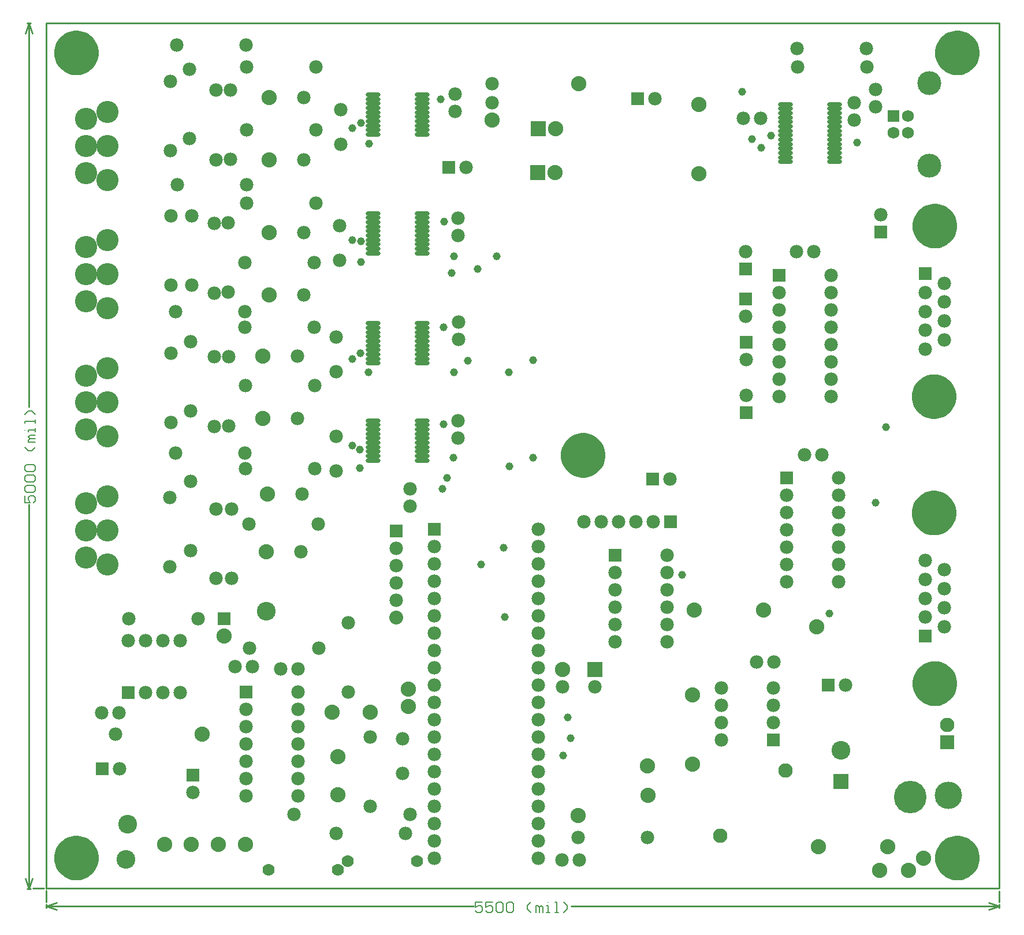
<source format=gts>
*%FSLAX25Y25*%
*%MOIN*%
G01*
%ADD11C,0.00500*%
%ADD12C,0.00600*%
%ADD13C,0.00733*%
%ADD14C,0.00800*%
%ADD15C,0.00900*%
%ADD16C,0.01000*%
%ADD17C,0.01200*%
%ADD18C,0.01500*%
%ADD19C,0.01600*%
%ADD20C,0.01969*%
%ADD21C,0.02000*%
%ADD22C,0.02500*%
%ADD23C,0.03000*%
%ADD24C,0.03200*%
%ADD25C,0.03800*%
%ADD26C,0.04000*%
%ADD27C,0.04600*%
%ADD28C,0.05000*%
%ADD29C,0.05200*%
%ADD30C,0.06000*%
%ADD31C,0.06000*%
%ADD32C,0.06200*%
%ADD33C,0.06800*%
%ADD34C,0.07000*%
%ADD35C,0.07200*%
%ADD36C,0.07500*%
%ADD37C,0.07800*%
%ADD38C,0.08000*%
%ADD39C,0.08000*%
%ADD40C,0.08300*%
%ADD41C,0.08800*%
%ADD42C,0.09200*%
%ADD43C,0.10000*%
%ADD44C,0.10000*%
%ADD45C,0.10200*%
%ADD46C,0.10800*%
%ADD47C,0.11500*%
%ADD48C,0.12000*%
%ADD49C,0.12800*%
%ADD50C,0.13000*%
%ADD51C,0.13800*%
%ADD52C,0.14000*%
%ADD53C,0.15000*%
%ADD54C,0.15000*%
%ADD55C,0.15600*%
%ADD56C,0.15800*%
%ADD57C,0.16000*%
%ADD58C,0.18000*%
%ADD59C,0.18800*%
%ADD60C,0.19600*%
%ADD61C,0.25000*%
%ADD62C,0.25000*%
%ADD63R,0.06000X0.06000*%
%ADD64R,0.06800X0.06800*%
%ADD65R,0.07000X0.07000*%
%ADD66R,0.07500X0.07500*%
%ADD67R,0.07800X0.07800*%
%ADD68R,0.08000X0.08000*%
%ADD69R,0.08300X0.08300*%
%ADD70R,0.08800X0.08800*%
%ADD71O,0.07274X0.00975*%
%ADD72O,0.07274X0.00975*%
%ADD73O,0.07874X0.01575*%
%ADD74O,0.07874X0.01575*%
%ADD75O,0.08674X0.02375*%
%ADD76O,0.08674X0.02375*%
D12*
X87801Y322709D02*
Y326707D01*
Y322709D02*
X90800D01*
X89800Y324708D01*
Y325708D01*
X90800Y326707D01*
X92799D01*
X93799Y325708D01*
Y323708D01*
X92799Y322709D01*
X88801Y328707D02*
X87801Y329706D01*
Y331706D01*
X88801Y332705D01*
X92799D01*
X93799Y331706D01*
Y329706D01*
X92799Y328707D01*
X88801D01*
Y334705D02*
X87801Y335704D01*
Y337704D01*
X88801Y338703D01*
X92799D01*
X93799Y337704D01*
Y335704D01*
X92799Y334705D01*
X88801D01*
Y340703D02*
X87801Y341702D01*
Y343702D01*
X88801Y344702D01*
X92799D01*
X93799Y343702D01*
Y341702D01*
X92799Y340703D01*
X88801D01*
X91800Y352699D02*
X93799Y354698D01*
X91800Y352699D02*
X89800D01*
X87801Y354698D01*
X89800Y357697D02*
X93799D01*
X89800D02*
Y358697D01*
X90800Y359697D01*
X93799D01*
X90800D01*
X89800Y360696D01*
X90800Y361696D01*
X93799D01*
Y363695D02*
Y365695D01*
Y364695D01*
X89800D01*
Y363695D01*
X87801Y364695D02*
X87802D01*
X93799Y368694D02*
Y370693D01*
Y369693D01*
X87801D01*
Y368694D01*
X93799Y373692D02*
X91800Y375691D01*
X89800D01*
X87801Y373692D01*
X347909Y92199D02*
X351907D01*
X347909D02*
Y89200D01*
X349908Y90200D01*
X350908D01*
X351907Y89200D01*
Y87201D01*
X350908Y86201D01*
X348908D01*
X347909Y87201D01*
X353907Y92199D02*
X357905D01*
X353907D02*
Y89200D01*
X355906Y90200D01*
X356906D01*
X357905Y89200D01*
Y87201D01*
X356906Y86201D01*
X354906D01*
X353907Y87201D01*
X359905Y91199D02*
X360904Y92199D01*
X362904D01*
X363903Y91199D01*
Y87201D01*
X362904Y86201D01*
X360904D01*
X359905Y87201D01*
Y91199D01*
X365903D02*
X366902Y92199D01*
X368902D01*
X369902Y91199D01*
Y87201D01*
X368902Y86201D01*
X366902D01*
X365903Y87201D01*
Y91199D01*
X377899Y88200D02*
X379898Y86201D01*
X377899Y88200D02*
Y90200D01*
X379898Y92199D01*
X382897Y90200D02*
Y86201D01*
Y90200D02*
X383897D01*
X384897Y89200D01*
Y86201D01*
Y89200D01*
X385896Y90200D01*
X386896Y89200D01*
Y86201D01*
X388895D02*
X390895D01*
X389895D01*
Y90200D01*
X388895D01*
X389895Y92199D02*
X389896D01*
X393894Y86201D02*
X395893D01*
X394893D01*
Y92199D01*
X393894D01*
X398892Y86201D02*
X400891Y88200D01*
Y90200D01*
X398892Y92199D01*
D16*
X650000Y92000D02*
Y98400D01*
Y599800D02*
X100200D01*
X100000D02*
Y99800D01*
Y100000D02*
X650000D01*
X98900Y99900D02*
X92500D01*
X100200Y98600D02*
Y91900D01*
X650000Y100000D02*
Y599800D01*
X90200Y321709D02*
Y99800D01*
Y377891D02*
Y599800D01*
X88200Y105800D02*
X90200Y99800D01*
X92200Y105800D01*
X88200Y593800D02*
X90200Y599800D01*
X92200Y593800D01*
X91200Y99800D02*
X89200D01*
Y599800D02*
X91200D01*
X100000Y89800D02*
X346909D01*
X403091D02*
X650000D01*
X106000Y91800D02*
X100000Y89800D01*
X106000Y87800D01*
X644000Y91800D02*
X650000Y89800D01*
X644000Y87800D01*
X100000Y88800D02*
Y90800D01*
X650000D02*
Y88800D01*
D27*
X518300Y534800D02*
D03*
X578800Y322603D02*
D03*
X552020Y258734D02*
D03*
X584816Y366429D02*
D03*
X398400Y176600D02*
D03*
X402600Y186600D02*
D03*
X512876Y527800D02*
D03*
X501709Y559956D02*
D03*
X507300Y532700D02*
D03*
X568200Y530600D02*
D03*
X281600Y542000D02*
D03*
X286400Y530200D02*
D03*
X281800Y473800D02*
D03*
Y461600D02*
D03*
X276800Y474400D02*
D03*
X281400Y409200D02*
D03*
X276800Y405800D02*
D03*
X281200Y353400D02*
D03*
X327800Y555600D02*
D03*
X329600Y485200D02*
D03*
X281000Y342600D02*
D03*
X335400Y465200D02*
D03*
X360200D02*
D03*
X334200Y455400D02*
D03*
X349200Y457800D02*
D03*
X329400Y424200D02*
D03*
X286000Y398000D02*
D03*
X343400Y404800D02*
D03*
X381000Y405000D02*
D03*
X335400Y398200D02*
D03*
X367200D02*
D03*
X329400Y368200D02*
D03*
X401252Y198702D02*
D03*
X467200Y281000D02*
D03*
X335200Y348600D02*
D03*
X381000Y348800D02*
D03*
X331400Y337200D02*
D03*
X367400Y343600D02*
D03*
X364000Y296800D02*
D03*
X276600Y355800D02*
D03*
X276800Y539200D02*
D03*
X328800Y330600D02*
D03*
X351000Y287000D02*
D03*
X364600Y256600D02*
D03*
D33*
X597500Y545900D02*
D03*
X589000Y536500D02*
D03*
X597500D02*
D03*
D34*
X274158Y115574D02*
D03*
X268260Y110689D02*
D03*
X314158Y115574D02*
D03*
X228260Y110689D02*
D03*
D37*
X274574Y213443D02*
D03*
Y253443D02*
D03*
X198200Y279200D02*
D03*
X198000Y319000D02*
D03*
X183576Y335200D02*
D03*
X197000Y366800D02*
D03*
X197200Y443800D02*
D03*
X198200Y520700D02*
D03*
X197000Y407000D02*
D03*
X197200Y484000D02*
D03*
X198200Y561000D02*
D03*
X384252Y257302D02*
D03*
X566500Y543800D02*
D03*
X512300Y544700D02*
D03*
X581600Y489200D02*
D03*
X557400Y337100D02*
D03*
X607500Y278400D02*
D03*
X553000Y454000D02*
D03*
X543000Y467600D02*
D03*
X547900Y350400D02*
D03*
X519900Y215800D02*
D03*
X336200Y548800D02*
D03*
X337869Y477082D02*
D03*
X503800Y467800D02*
D03*
X338145Y416929D02*
D03*
X337800Y360000D02*
D03*
X384252Y307302D02*
D03*
Y227302D02*
D03*
X397652Y116502D02*
D03*
X384252Y117302D02*
D03*
X324252Y207302D02*
D03*
X245498Y226690D02*
D03*
X245383Y213504D02*
D03*
Y203504D02*
D03*
X215383Y193504D02*
D03*
X245383Y183504D02*
D03*
X215383Y173504D02*
D03*
X573600Y574500D02*
D03*
X578600Y561300D02*
D03*
X566500Y553800D02*
D03*
X533000Y467600D02*
D03*
X451572Y556079D02*
D03*
X336200Y558800D02*
D03*
X502300Y544700D02*
D03*
X337869Y487082D02*
D03*
X607500Y411400D02*
D03*
X557400Y327100D02*
D03*
X607500Y289300D02*
D03*
X557400Y297100D02*
D03*
X553000Y444000D02*
D03*
X537900Y350400D02*
D03*
X460152Y336378D02*
D03*
X527400Y277100D02*
D03*
X458378Y292524D02*
D03*
X618500Y262100D02*
D03*
X489900Y215800D02*
D03*
Y205800D02*
D03*
X338145Y426929D02*
D03*
X337800Y370000D02*
D03*
X458378Y282524D02*
D03*
Y272524D02*
D03*
X416852Y216502D02*
D03*
X407652Y116502D02*
D03*
X397952Y216502D02*
D03*
X384252Y297302D02*
D03*
Y217302D02*
D03*
X342496Y516324D02*
D03*
X324252Y197302D02*
D03*
Y117302D02*
D03*
X310062Y320700D02*
D03*
X235498Y226690D02*
D03*
X209045Y228098D02*
D03*
X215383Y153504D02*
D03*
X177469Y213082D02*
D03*
X142082Y201531D02*
D03*
X184800Y155400D02*
D03*
X142300Y169132D02*
D03*
X171628Y566100D02*
D03*
X182837Y573046D02*
D03*
X618500Y251200D02*
D03*
Y273000D02*
D03*
Y283900D02*
D03*
X607500Y267500D02*
D03*
Y256600D02*
D03*
X243000Y142600D02*
D03*
X519900Y205800D02*
D03*
Y195800D02*
D03*
X310062Y330700D02*
D03*
X607500Y433200D02*
D03*
Y422300D02*
D03*
X618500Y449500D02*
D03*
Y438600D02*
D03*
Y427700D02*
D03*
X607500Y444100D02*
D03*
X440494Y311734D02*
D03*
X450494D02*
D03*
X410494D02*
D03*
X420494D02*
D03*
X430494D02*
D03*
X244936Y371409D02*
D03*
X267487Y398332D02*
D03*
Y418332D02*
D03*
X215383Y183504D02*
D03*
Y163504D02*
D03*
X245383Y153504D02*
D03*
Y173504D02*
D03*
Y193504D02*
D03*
Y163504D02*
D03*
X215383Y203504D02*
D03*
X254885Y423910D02*
D03*
X257020Y310463D02*
D03*
X254934Y342395D02*
D03*
X244939Y407313D02*
D03*
X247220Y294502D02*
D03*
X247740Y327768D02*
D03*
X504000Y405300D02*
D03*
X503800Y430500D02*
D03*
X578600Y551300D02*
D03*
X447239Y129521D02*
D03*
X407239D02*
D03*
X286952Y187502D02*
D03*
Y147502D02*
D03*
X573384Y585158D02*
D03*
X533384D02*
D03*
X533600Y574500D02*
D03*
X458378Y262524D02*
D03*
X428378D02*
D03*
X458378Y252524D02*
D03*
Y242524D02*
D03*
X428378Y252524D02*
D03*
Y242524D02*
D03*
Y282524D02*
D03*
Y272524D02*
D03*
X310200Y142600D02*
D03*
X523000Y384000D02*
D03*
X553000Y424000D02*
D03*
X523000Y394000D02*
D03*
X553000Y434000D02*
D03*
X523000Y404000D02*
D03*
Y444000D02*
D03*
Y434000D02*
D03*
Y414000D02*
D03*
Y424000D02*
D03*
X553000Y414000D02*
D03*
Y404000D02*
D03*
Y384000D02*
D03*
Y394000D02*
D03*
X527400Y327100D02*
D03*
Y297100D02*
D03*
X557400Y277100D02*
D03*
Y287100D02*
D03*
Y307100D02*
D03*
Y317100D02*
D03*
X527400Y287100D02*
D03*
Y317100D02*
D03*
Y307100D02*
D03*
X305752Y166502D02*
D03*
Y186502D02*
D03*
X489900Y195800D02*
D03*
Y185800D02*
D03*
X257500Y238674D02*
D03*
X267466Y131727D02*
D03*
X217500Y238674D02*
D03*
X307466Y131727D02*
D03*
X175300Y587068D02*
D03*
X215300D02*
D03*
X215700Y574332D02*
D03*
X248600Y520800D02*
D03*
X248700Y556868D02*
D03*
X255700Y574332D02*
D03*
X269932Y549700D02*
D03*
Y529700D02*
D03*
X219045Y228098D02*
D03*
X206400Y520900D02*
D03*
Y560900D02*
D03*
X167469Y213082D02*
D03*
X177469Y243082D02*
D03*
X157469D02*
D03*
X147469D02*
D03*
X132082Y201531D02*
D03*
X157469Y213082D02*
D03*
X167469Y243082D02*
D03*
X140100Y189132D02*
D03*
X618500Y416800D02*
D03*
X174700Y351415D02*
D03*
X174902Y432878D02*
D03*
X206959Y319103D02*
D03*
X214700Y351415D02*
D03*
X214934Y342395D02*
D03*
X206959Y279103D02*
D03*
X171394Y325614D02*
D03*
X217020Y310463D02*
D03*
X205400Y407096D02*
D03*
X214902Y432878D02*
D03*
X214885Y423910D02*
D03*
X172176Y409000D02*
D03*
X205400Y367096D02*
D03*
X184033Y488508D02*
D03*
X205200Y444266D02*
D03*
Y484266D02*
D03*
X187918Y255869D02*
D03*
X147918D02*
D03*
X504000Y384600D02*
D03*
X183576Y415600D02*
D03*
X214961Y390490D02*
D03*
X254961D02*
D03*
X215738Y506270D02*
D03*
X175738D02*
D03*
X171976Y488400D02*
D03*
X248657Y442835D02*
D03*
X248592Y478765D02*
D03*
X269370Y462838D02*
D03*
Y482838D02*
D03*
X214885Y461296D02*
D03*
X254885D02*
D03*
X215803Y495543D02*
D03*
X255803Y495543D02*
D03*
X357524Y553700D02*
D03*
X267430Y361090D02*
D03*
Y341090D02*
D03*
X324252Y127302D02*
D03*
Y137302D02*
D03*
Y177302D02*
D03*
Y187302D02*
D03*
X384252Y137302D02*
D03*
X324252Y167302D02*
D03*
X384252Y187302D02*
D03*
Y177302D02*
D03*
Y157302D02*
D03*
X324252Y297302D02*
D03*
Y287302D02*
D03*
Y277302D02*
D03*
Y267302D02*
D03*
Y257302D02*
D03*
Y247302D02*
D03*
Y147302D02*
D03*
X384252Y197302D02*
D03*
Y207302D02*
D03*
Y237302D02*
D03*
X324252Y157302D02*
D03*
X384252Y287302D02*
D03*
Y277302D02*
D03*
Y267302D02*
D03*
Y167302D02*
D03*
Y147302D02*
D03*
Y127302D02*
D03*
Y247302D02*
D03*
X324252Y217302D02*
D03*
Y237302D02*
D03*
Y227302D02*
D03*
X357576Y564840D02*
D03*
X510100Y230676D02*
D03*
X520100D02*
D03*
X561400Y217500D02*
D03*
X255900Y537932D02*
D03*
X215900D02*
D03*
X302055Y266446D02*
D03*
Y276446D02*
D03*
Y286446D02*
D03*
Y296446D02*
D03*
X183576Y295200D02*
D03*
X171394Y285614D02*
D03*
X183576Y375600D02*
D03*
X172176Y369000D02*
D03*
X184033Y448508D02*
D03*
X171976Y448400D02*
D03*
X182837Y533046D02*
D03*
X171628Y526100D02*
D03*
D38*
X302055Y256446D02*
D03*
D39*
X617100Y117500D02*
X617101D01*
X617100D02*
X617199Y116173D01*
X617495Y114877D01*
X617981Y113638D01*
X618646Y112486D01*
X619476Y111446D01*
X620451Y110542D01*
X621550Y109792D01*
X622748Y109215D01*
X624020Y108823D01*
X625335Y108625D01*
X626665D01*
X627980Y108823D01*
X629252Y109215D01*
X630450Y109792D01*
X631549Y110542D01*
X632524Y111446D01*
X633354Y112486D01*
X634019Y113638D01*
X634505Y114877D01*
X634801Y116173D01*
X634900Y117500D01*
X634901D01*
X634900D02*
X634801Y118827D01*
X634505Y120123D01*
X634019Y121362D01*
X633354Y122514D01*
X632524Y123554D01*
X631549Y124458D01*
X630450Y125208D01*
X629252Y125785D01*
X627980Y126177D01*
X626665Y126375D01*
X625335D01*
X624020Y126177D01*
X622748Y125785D01*
X621550Y125208D01*
X620451Y124458D01*
X619476Y123554D01*
X618646Y122514D01*
X617981Y121362D01*
X617495Y120123D01*
X617199Y118827D01*
X617100Y117500D01*
X624900D02*
X624901D01*
X624900D02*
X624966Y117124D01*
X625157Y116793D01*
X625450Y116547D01*
X625809Y116417D01*
X626191D01*
X626550Y116547D01*
X626843Y116793D01*
X627034Y117124D01*
X627100Y117500D01*
X627101D01*
X627100D02*
X627034Y117876D01*
X626843Y118207D01*
X626550Y118453D01*
X626191Y118583D01*
X625809D01*
X625450Y118453D01*
X625157Y118207D01*
X624966Y117876D01*
X624900Y117500D01*
X604100Y482500D02*
X604101D01*
X604100D02*
X604199Y481173D01*
X604495Y479877D01*
X604981Y478638D01*
X605646Y477486D01*
X606476Y476446D01*
X607451Y475542D01*
X608550Y474792D01*
X609748Y474215D01*
X611020Y473823D01*
X612335Y473625D01*
X613665D01*
X614980Y473823D01*
X616252Y474215D01*
X617450Y474792D01*
X618549Y475542D01*
X619524Y476446D01*
X620354Y477486D01*
X621019Y478638D01*
X621505Y479877D01*
X621801Y481173D01*
X621900Y482500D01*
X621901D01*
X621900D02*
X621801Y483827D01*
X621505Y485123D01*
X621019Y486362D01*
X620354Y487514D01*
X619524Y488554D01*
X618549Y489458D01*
X617450Y490208D01*
X616252Y490785D01*
X614980Y491177D01*
X613665Y491375D01*
X612335D01*
X611020Y491177D01*
X609748Y490785D01*
X608550Y490208D01*
X607451Y489458D01*
X606476Y488554D01*
X605646Y487514D01*
X604981Y486362D01*
X604495Y485123D01*
X604199Y483827D01*
X604100Y482500D01*
X611900D02*
X611901D01*
X611900D02*
X611966Y482124D01*
X612157Y481793D01*
X612450Y481547D01*
X612809Y481417D01*
X613191D01*
X613550Y481547D01*
X613843Y481793D01*
X614034Y482124D01*
X614100Y482500D01*
X614101D01*
X614100D02*
X614034Y482876D01*
X613843Y483207D01*
X613550Y483453D01*
X613191Y483583D01*
X612809D01*
X612450Y483453D01*
X612157Y483207D01*
X611966Y482876D01*
X611900Y482500D01*
X603600Y383900D02*
X603601D01*
X603600D02*
X603699Y382574D01*
X603995Y381277D01*
X604481Y380038D01*
X605146Y378886D01*
X605976Y377846D01*
X606951Y376942D01*
X608050Y376192D01*
X609248Y375615D01*
X610520Y375223D01*
X611835Y375025D01*
X613165D01*
X614480Y375223D01*
X615752Y375615D01*
X616950Y376192D01*
X618049Y376942D01*
X619024Y377846D01*
X619854Y378886D01*
X620519Y380038D01*
X621005Y381277D01*
X621301Y382574D01*
X621400Y383900D01*
X621401D01*
X621400D02*
X621301Y385226D01*
X621005Y386523D01*
X620519Y387762D01*
X619854Y388914D01*
X619024Y389954D01*
X618049Y390858D01*
X616950Y391608D01*
X615752Y392185D01*
X614480Y392577D01*
X613165Y392775D01*
X611835D01*
X610520Y392577D01*
X609248Y392185D01*
X608050Y391608D01*
X606951Y390858D01*
X605976Y389954D01*
X605146Y388914D01*
X604481Y387762D01*
X603995Y386523D01*
X603699Y385226D01*
X603600Y383900D01*
X611400D02*
X611401D01*
X611400D02*
X611466Y383524D01*
X611657Y383193D01*
X611950Y382947D01*
X612309Y382817D01*
X612691D01*
X613050Y382947D01*
X613343Y383193D01*
X613534Y383524D01*
X613600Y383900D01*
X613601D01*
X613600D02*
X613534Y384276D01*
X613343Y384607D01*
X613050Y384853D01*
X612691Y384983D01*
X612309D01*
X611950Y384853D01*
X611657Y384607D01*
X611466Y384276D01*
X611400Y383900D01*
X603600Y316800D02*
X603601D01*
X603600D02*
X603699Y315474D01*
X603995Y314177D01*
X604481Y312938D01*
X605146Y311786D01*
X605976Y310746D01*
X606951Y309842D01*
X608050Y309092D01*
X609248Y308515D01*
X610520Y308123D01*
X611835Y307925D01*
X613165D01*
X614480Y308123D01*
X615752Y308515D01*
X616950Y309092D01*
X618049Y309842D01*
X619024Y310746D01*
X619854Y311786D01*
X620519Y312938D01*
X621005Y314177D01*
X621301Y315474D01*
X621400Y316800D01*
X621401D01*
X621400D02*
X621301Y318126D01*
X621005Y319423D01*
X620519Y320662D01*
X619854Y321814D01*
X619024Y322854D01*
X618049Y323758D01*
X616950Y324508D01*
X615752Y325085D01*
X614480Y325477D01*
X613165Y325675D01*
X611835D01*
X610520Y325477D01*
X609248Y325085D01*
X608050Y324508D01*
X606951Y323758D01*
X605976Y322854D01*
X605146Y321814D01*
X604481Y320662D01*
X603995Y319423D01*
X603699Y318126D01*
X603600Y316800D01*
X611400D02*
X611401D01*
X611400D02*
X611466Y316424D01*
X611657Y316093D01*
X611950Y315847D01*
X612309Y315717D01*
X612691D01*
X613050Y315847D01*
X613343Y316093D01*
X613534Y316424D01*
X613600Y316800D01*
X613601D01*
X613600D02*
X613534Y317176D01*
X613343Y317507D01*
X613050Y317753D01*
X612691Y317883D01*
X612309D01*
X611950Y317753D01*
X611657Y317507D01*
X611466Y317176D01*
X611400Y316800D01*
X604100Y218200D02*
X604101D01*
X604100D02*
X604199Y216874D01*
X604495Y215577D01*
X604981Y214338D01*
X605646Y213186D01*
X606476Y212146D01*
X607451Y211242D01*
X608550Y210492D01*
X609748Y209915D01*
X611020Y209523D01*
X612335Y209325D01*
X613665D01*
X614980Y209523D01*
X616252Y209915D01*
X617450Y210492D01*
X618549Y211242D01*
X619524Y212146D01*
X620354Y213186D01*
X621019Y214338D01*
X621505Y215577D01*
X621801Y216874D01*
X621900Y218200D01*
X621901D01*
X621900D02*
X621801Y219526D01*
X621505Y220823D01*
X621019Y222062D01*
X620354Y223214D01*
X619524Y224254D01*
X618549Y225158D01*
X617450Y225908D01*
X616252Y226485D01*
X614980Y226877D01*
X613665Y227075D01*
X612335D01*
X611020Y226877D01*
X609748Y226485D01*
X608550Y225908D01*
X607451Y225158D01*
X606476Y224254D01*
X605646Y223214D01*
X604981Y222062D01*
X604495Y220823D01*
X604199Y219526D01*
X604100Y218200D01*
X611900D02*
X611901D01*
X611900D02*
X611966Y217824D01*
X612157Y217493D01*
X612450Y217247D01*
X612809Y217117D01*
X613191D01*
X613550Y217247D01*
X613843Y217493D01*
X614034Y217824D01*
X614100Y218200D01*
X614101D01*
X614100D02*
X614034Y218576D01*
X613843Y218907D01*
X613550Y219153D01*
X613191Y219283D01*
X612809D01*
X612450Y219153D01*
X612157Y218907D01*
X611966Y218576D01*
X611900Y218200D01*
X108600Y117500D02*
X108601D01*
X108600D02*
X108699Y116173D01*
X108995Y114877D01*
X109481Y113638D01*
X110146Y112486D01*
X110976Y111446D01*
X111951Y110542D01*
X113050Y109792D01*
X114248Y109215D01*
X115520Y108823D01*
X116835Y108625D01*
X118165D01*
X119480Y108823D01*
X120752Y109215D01*
X121950Y109792D01*
X123049Y110542D01*
X124024Y111446D01*
X124854Y112486D01*
X125519Y113638D01*
X126005Y114877D01*
X126301Y116173D01*
X126400Y117500D01*
X126401D01*
X126400D02*
X126301Y118827D01*
X126005Y120123D01*
X125519Y121362D01*
X124854Y122514D01*
X124024Y123554D01*
X123049Y124458D01*
X121950Y125208D01*
X120752Y125785D01*
X119480Y126177D01*
X118165Y126375D01*
X116835D01*
X115520Y126177D01*
X114248Y125785D01*
X113050Y125208D01*
X111951Y124458D01*
X110976Y123554D01*
X110146Y122514D01*
X109481Y121362D01*
X108995Y120123D01*
X108699Y118827D01*
X108600Y117500D01*
X116400D02*
X116401D01*
X116400D02*
X116466Y117124D01*
X116657Y116793D01*
X116950Y116547D01*
X117309Y116417D01*
X117691D01*
X118050Y116547D01*
X118343Y116793D01*
X118534Y117124D01*
X118600Y117500D01*
X118601D01*
X118600D02*
X118534Y117876D01*
X118343Y118207D01*
X118050Y118453D01*
X117691Y118583D01*
X117309D01*
X116950Y118453D01*
X116657Y118207D01*
X116466Y117876D01*
X116400Y117500D01*
X617100Y582500D02*
X617101D01*
X617100D02*
X617199Y581174D01*
X617495Y579877D01*
X617981Y578638D01*
X618646Y577486D01*
X619476Y576446D01*
X620451Y575542D01*
X621550Y574792D01*
X622748Y574215D01*
X624020Y573823D01*
X625335Y573625D01*
X626665D01*
X627980Y573823D01*
X629252Y574215D01*
X630450Y574792D01*
X631549Y575542D01*
X632524Y576446D01*
X633354Y577486D01*
X634019Y578638D01*
X634505Y579877D01*
X634801Y581174D01*
X634900Y582500D01*
X634901D01*
X634900D02*
X634801Y583826D01*
X634505Y585123D01*
X634019Y586362D01*
X633354Y587514D01*
X632524Y588554D01*
X631549Y589458D01*
X630450Y590208D01*
X629252Y590785D01*
X627980Y591177D01*
X626665Y591375D01*
X625335D01*
X624020Y591177D01*
X622748Y590785D01*
X621550Y590208D01*
X620451Y589458D01*
X619476Y588554D01*
X618646Y587514D01*
X617981Y586362D01*
X617495Y585123D01*
X617199Y583826D01*
X617100Y582500D01*
X624900D02*
X624901D01*
X624900D02*
X624966Y582124D01*
X625157Y581793D01*
X625450Y581547D01*
X625809Y581417D01*
X626191D01*
X626550Y581547D01*
X626843Y581793D01*
X627034Y582124D01*
X627100Y582500D01*
X627101D01*
X627100D02*
X627034Y582876D01*
X626843Y583207D01*
X626550Y583453D01*
X626191Y583583D01*
X625809D01*
X625450Y583453D01*
X625157Y583207D01*
X624966Y582876D01*
X624900Y582500D01*
X108600D02*
X108601D01*
X108600D02*
X108699Y581174D01*
X108995Y579877D01*
X109481Y578638D01*
X110146Y577486D01*
X110976Y576446D01*
X111951Y575542D01*
X113050Y574792D01*
X114248Y574215D01*
X115520Y573823D01*
X116835Y573625D01*
X118165D01*
X119480Y573823D01*
X120752Y574215D01*
X121950Y574792D01*
X123049Y575542D01*
X124024Y576446D01*
X124854Y577486D01*
X125519Y578638D01*
X126005Y579877D01*
X126301Y581174D01*
X126400Y582500D01*
X126401D01*
X126400D02*
X126301Y583826D01*
X126005Y585123D01*
X125519Y586362D01*
X124854Y587514D01*
X124024Y588554D01*
X123049Y589458D01*
X121950Y590208D01*
X120752Y590785D01*
X119480Y591177D01*
X118165Y591375D01*
X116835D01*
X115520Y591177D01*
X114248Y590785D01*
X113050Y590208D01*
X111951Y589458D01*
X110976Y588554D01*
X110146Y587514D01*
X109481Y586362D01*
X108995Y585123D01*
X108699Y583826D01*
X108600Y582500D01*
X116400D02*
X116401D01*
X116400D02*
X116466Y582124D01*
X116657Y581793D01*
X116950Y581547D01*
X117309Y581417D01*
X117691D01*
X118050Y581547D01*
X118343Y581793D01*
X118534Y582124D01*
X118600Y582500D01*
X118601D01*
X118600D02*
X118534Y582876D01*
X118343Y583207D01*
X118050Y583453D01*
X117691Y583583D01*
X117309D01*
X116950Y583453D01*
X116657Y583207D01*
X116466Y582876D01*
X116400Y582500D01*
X401100Y350000D02*
X401101D01*
X401100D02*
X401199Y348674D01*
X401495Y347377D01*
X401981Y346138D01*
X402646Y344986D01*
X403476Y343946D01*
X404451Y343042D01*
X405550Y342292D01*
X406748Y341715D01*
X408020Y341323D01*
X409335Y341125D01*
X410665D01*
X411980Y341323D01*
X413252Y341715D01*
X414450Y342292D01*
X415549Y343042D01*
X416524Y343946D01*
X417354Y344986D01*
X418019Y346138D01*
X418505Y347377D01*
X418801Y348674D01*
X418900Y350000D01*
X418901D01*
X418900D02*
X418801Y351326D01*
X418505Y352623D01*
X418019Y353862D01*
X417354Y355014D01*
X416524Y356054D01*
X415549Y356958D01*
X414450Y357708D01*
X413252Y358285D01*
X411980Y358677D01*
X410665Y358875D01*
X409335D01*
X408020Y358677D01*
X406748Y358285D01*
X405550Y357708D01*
X404451Y356958D01*
X403476Y356054D01*
X402646Y355014D01*
X401981Y353862D01*
X401495Y352623D01*
X401199Y351326D01*
X401100Y350000D01*
X408900D02*
X408901D01*
X408900D02*
X408966Y349624D01*
X409157Y349293D01*
X409450Y349047D01*
X409809Y348917D01*
X410191D01*
X410550Y349047D01*
X410843Y349293D01*
X411034Y349624D01*
X411100Y350000D01*
X411101D01*
X411100D02*
X411034Y350376D01*
X410843Y350707D01*
X410550Y350953D01*
X410191Y351083D01*
X409809D01*
X409450Y350953D01*
X409157Y350707D01*
X408966Y350376D01*
X408900Y350000D01*
D40*
X526636Y167982D02*
D03*
X620000Y194500D02*
D03*
X489136Y130482D02*
D03*
D41*
X168259Y125300D02*
D03*
X183859D02*
D03*
X199459D02*
D03*
X215059D02*
D03*
X473958Y260574D02*
D03*
X476626Y512558D02*
D03*
Y552558D02*
D03*
X513958Y260574D02*
D03*
X585842Y124026D02*
D03*
X473174Y171642D02*
D03*
X545842Y124026D02*
D03*
X473174Y211643D02*
D03*
X407576Y564840D02*
D03*
X397952Y226502D02*
D03*
X447000Y170800D02*
D03*
X309152Y214902D02*
D03*
X190100Y189132D02*
D03*
X393932Y538654D02*
D03*
X357524Y543700D02*
D03*
X393921Y513509D02*
D03*
X597800Y110400D02*
D03*
X581200D02*
D03*
X447400Y153800D02*
D03*
X228700Y556868D02*
D03*
X228600Y520800D02*
D03*
X228592Y478765D02*
D03*
X228657Y442835D02*
D03*
X309152Y204902D02*
D03*
X224936Y371409D02*
D03*
X224939Y407313D02*
D03*
X227740Y327768D02*
D03*
X227220Y294502D02*
D03*
X268452Y176102D02*
D03*
X202731Y245718D02*
D03*
X606400Y117400D02*
D03*
X287152Y201702D02*
D03*
X268452Y154102D02*
D03*
X265152Y201702D02*
D03*
X544600Y251000D02*
D03*
X407200Y142000D02*
D03*
D46*
X558900Y179800D02*
D03*
X147000Y137000D02*
D03*
X227000Y260200D02*
D03*
X146200Y116800D02*
D03*
D49*
X123000Y380600D02*
D03*
X135300Y306800D02*
D03*
Y326500D02*
D03*
Y287100D02*
D03*
X123000Y513100D02*
D03*
Y439200D02*
D03*
Y365000D02*
D03*
Y291200D02*
D03*
X135300Y509100D02*
D03*
Y435100D02*
D03*
Y361100D02*
D03*
X123000Y454800D02*
D03*
Y470400D02*
D03*
Y396200D02*
D03*
Y306800D02*
D03*
Y322400D02*
D03*
Y544300D02*
D03*
Y528800D02*
D03*
X135300Y400500D02*
D03*
Y380800D02*
D03*
Y474500D02*
D03*
Y454800D02*
D03*
Y548500D02*
D03*
Y528800D02*
D03*
D51*
X609600Y517300D02*
D03*
Y565100D02*
D03*
D56*
X620800Y153600D02*
D03*
D59*
X598800Y152600D02*
D03*
D64*
X589000Y545900D02*
D03*
D67*
X441572Y556079D02*
D03*
X332496Y516324D02*
D03*
X460494Y311734D02*
D03*
X215383Y213504D02*
D03*
X504000Y374600D02*
D03*
X607500Y245700D02*
D03*
X519900Y185800D02*
D03*
X607500Y455000D02*
D03*
X504000Y415300D02*
D03*
X503800Y440500D02*
D03*
Y457800D02*
D03*
X428378Y292524D02*
D03*
X523000Y454000D02*
D03*
X527400Y337100D02*
D03*
X184800Y165400D02*
D03*
X132300Y169132D02*
D03*
X147469Y213082D02*
D03*
X202731Y255718D02*
D03*
X581600Y479200D02*
D03*
X450152Y336378D02*
D03*
X324252Y307302D02*
D03*
X551400Y217500D02*
D03*
X302055Y306446D02*
D03*
D69*
X620000Y184500D02*
D03*
D70*
X416852Y226502D02*
D03*
X383932Y538654D02*
D03*
X383921Y513509D02*
D03*
X558900Y161800D02*
D03*
D75*
X526637Y545135D02*
D03*
Y540017D02*
D03*
X554984Y532340D02*
D03*
X526637D02*
D03*
Y529781D02*
D03*
Y527222D02*
D03*
X316946Y545573D02*
D03*
X316946Y477031D02*
D03*
X316946Y413457D02*
D03*
Y357356D02*
D03*
X554984Y547694D02*
D03*
Y545135D02*
D03*
X526637Y537458D02*
D03*
X554984Y534899D02*
D03*
Y527222D02*
D03*
X316946Y558368D02*
D03*
Y555809D02*
D03*
Y550691D02*
D03*
Y548132D02*
D03*
X288600Y545573D02*
D03*
X316946Y489827D02*
D03*
Y487268D02*
D03*
Y482150D02*
D03*
Y479591D02*
D03*
X288600Y477031D02*
D03*
X316946Y426252D02*
D03*
Y423693D02*
D03*
Y418575D02*
D03*
Y416016D02*
D03*
X288600Y413457D02*
D03*
X316946Y370151D02*
D03*
Y367592D02*
D03*
Y362474D02*
D03*
Y359915D02*
D03*
X288600Y357356D02*
D03*
Y416016D02*
D03*
Y359915D02*
D03*
X288600Y367592D02*
D03*
Y370151D02*
D03*
X288600Y365033D02*
D03*
Y362474D02*
D03*
Y354797D02*
D03*
Y352238D02*
D03*
Y349679D02*
D03*
Y347120D02*
D03*
X316946Y354797D02*
D03*
Y349679D02*
D03*
Y347120D02*
D03*
Y352238D02*
D03*
X288600Y418575D02*
D03*
Y421134D02*
D03*
Y423693D02*
D03*
Y426252D02*
D03*
Y405780D02*
D03*
X316946Y403220D02*
D03*
Y408338D02*
D03*
Y405780D02*
D03*
Y410898D02*
D03*
X288600D02*
D03*
Y408338D02*
D03*
Y403220D02*
D03*
X554984Y519545D02*
D03*
Y522104D02*
D03*
Y524663D02*
D03*
Y529781D02*
D03*
Y537458D02*
D03*
Y540017D02*
D03*
Y542576D02*
D03*
Y550254D02*
D03*
Y552813D02*
D03*
X526637Y519545D02*
D03*
Y522104D02*
D03*
Y524663D02*
D03*
Y534899D02*
D03*
Y542576D02*
D03*
Y547694D02*
D03*
Y550254D02*
D03*
X316946Y365033D02*
D03*
Y421134D02*
D03*
Y484709D02*
D03*
Y474473D02*
D03*
Y469354D02*
D03*
X288600Y466795D02*
D03*
Y471913D02*
D03*
Y474473D02*
D03*
X316946Y471913D02*
D03*
Y466795D02*
D03*
X288600Y469354D02*
D03*
Y489827D02*
D03*
Y487268D02*
D03*
Y484709D02*
D03*
Y482150D02*
D03*
Y479591D02*
D03*
Y555809D02*
D03*
Y553250D02*
D03*
Y550691D02*
D03*
Y548132D02*
D03*
Y543014D02*
D03*
Y540455D02*
D03*
Y537896D02*
D03*
Y535337D02*
D03*
X316946Y553250D02*
D03*
Y535337D02*
D03*
Y540455D02*
D03*
X288600Y558368D02*
D03*
X316946Y537896D02*
D03*
Y543014D02*
D03*
D76*
X526637Y552813D02*
D03*
M02*

</source>
